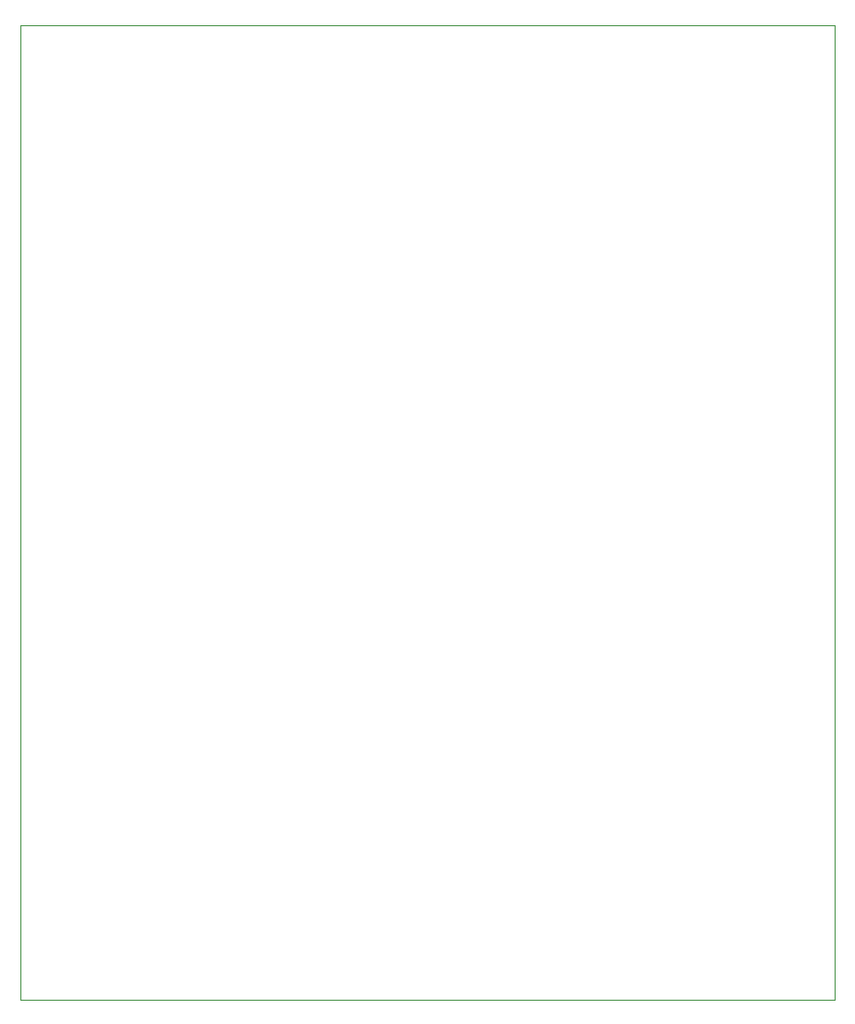
<source format=gbr>
G04 #@! TF.GenerationSoftware,KiCad,Pcbnew,5.1.7*
G04 #@! TF.CreationDate,2020-11-06T15:39:22+01:00*
G04 #@! TF.ProjectId,signal_generator,7369676e-616c-45f6-9765-6e657261746f,rev?*
G04 #@! TF.SameCoordinates,Original*
G04 #@! TF.FileFunction,Profile,NP*
%FSLAX46Y46*%
G04 Gerber Fmt 4.6, Leading zero omitted, Abs format (unit mm)*
G04 Created by KiCad (PCBNEW 5.1.7) date 2020-11-06 15:39:22*
%MOMM*%
%LPD*%
G01*
G04 APERTURE LIST*
G04 #@! TA.AperFunction,Profile*
%ADD10C,0.050000*%
G04 #@! TD*
G04 APERTURE END LIST*
D10*
X189000000Y-139000000D02*
X189000000Y-54000000D01*
X260000000Y-139000000D02*
X189000000Y-139000000D01*
X260000000Y-54000000D02*
X260000000Y-139000000D01*
X189000000Y-54000000D02*
X260000000Y-54000000D01*
M02*

</source>
